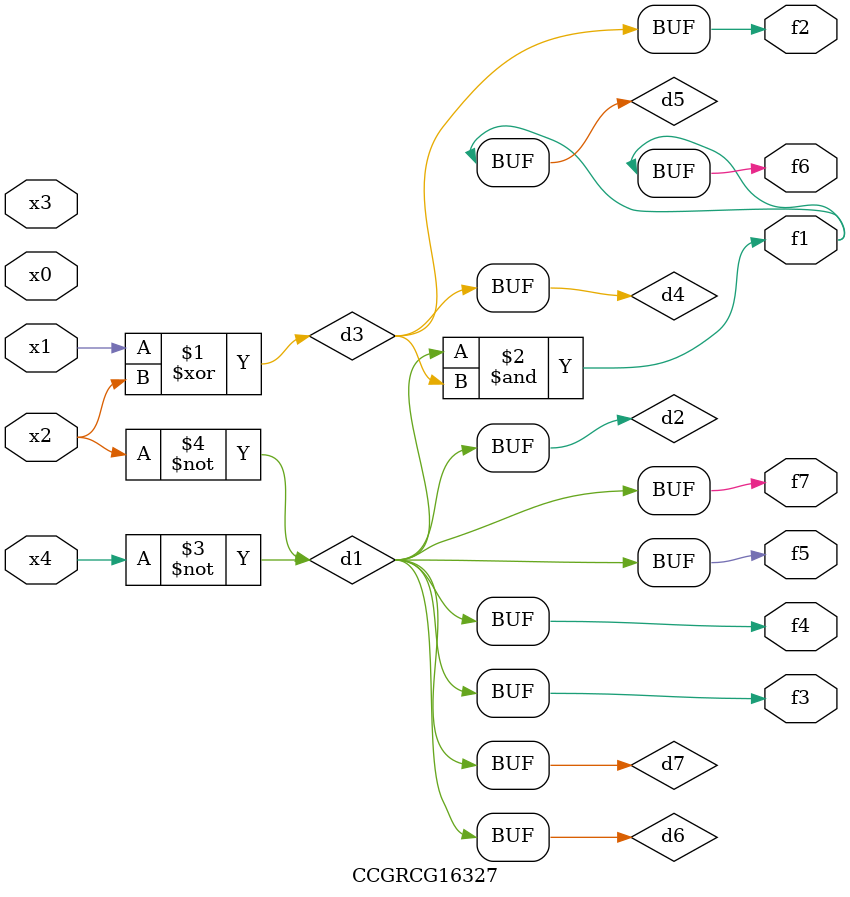
<source format=v>
module CCGRCG16327(
	input x0, x1, x2, x3, x4,
	output f1, f2, f3, f4, f5, f6, f7
);

	wire d1, d2, d3, d4, d5, d6, d7;

	not (d1, x4);
	not (d2, x2);
	xor (d3, x1, x2);
	buf (d4, d3);
	and (d5, d1, d3);
	buf (d6, d1, d2);
	buf (d7, d2);
	assign f1 = d5;
	assign f2 = d4;
	assign f3 = d7;
	assign f4 = d7;
	assign f5 = d7;
	assign f6 = d5;
	assign f7 = d7;
endmodule

</source>
